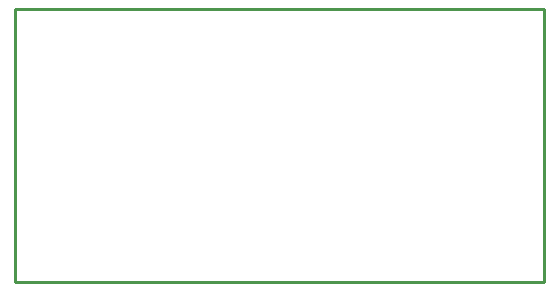
<source format=gko>
G04 Layer: BoardOutline*
G04 EasyEDA v6.4.7, 2020-11-07T10:37:38+03:00*
G04 1389fe0e608b4a92a316d8f3135ec2f9,c683d62568ac4463b913f09dc326db1e,10*
G04 Gerber Generator version 0.2*
G04 Scale: 100 percent, Rotated: No, Reflected: No *
G04 Dimensions in millimeters *
G04 leading zeros omitted , absolute positions ,3 integer and 3 decimal *
%FSLAX33Y33*%
%MOMM*%
G90*
D02*

%ADD10C,0.254000*%
G54D10*
G01X0Y22225D02*
G01X0Y23114D01*
G01X44831Y23114D01*
G01X44831Y0D01*
G01X0Y0D01*
G01X0Y22352D01*

%LPD*%
M00*
M02*

</source>
